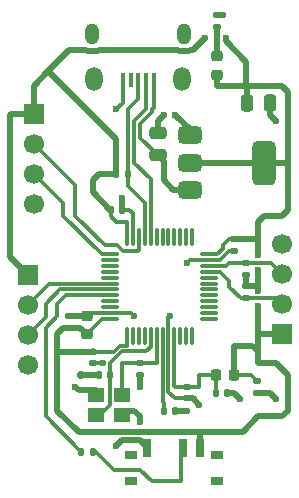
<source format=gbr>
%TF.GenerationSoftware,KiCad,Pcbnew,9.0.1*%
%TF.CreationDate,2025-04-19T10:59:12+01:00*%
%TF.ProjectId,firstkicadproject,66697273-746b-4696-9361-6470726f6a65,rev?*%
%TF.SameCoordinates,Original*%
%TF.FileFunction,Copper,L1,Top*%
%TF.FilePolarity,Positive*%
%FSLAX46Y46*%
G04 Gerber Fmt 4.6, Leading zero omitted, Abs format (unit mm)*
G04 Created by KiCad (PCBNEW 9.0.1) date 2025-04-19 10:59:12*
%MOMM*%
%LPD*%
G01*
G04 APERTURE LIST*
G04 Aperture macros list*
%AMRoundRect*
0 Rectangle with rounded corners*
0 $1 Rounding radius*
0 $2 $3 $4 $5 $6 $7 $8 $9 X,Y pos of 4 corners*
0 Add a 4 corners polygon primitive as box body*
4,1,4,$2,$3,$4,$5,$6,$7,$8,$9,$2,$3,0*
0 Add four circle primitives for the rounded corners*
1,1,$1+$1,$2,$3*
1,1,$1+$1,$4,$5*
1,1,$1+$1,$6,$7*
1,1,$1+$1,$8,$9*
0 Add four rect primitives between the rounded corners*
20,1,$1+$1,$2,$3,$4,$5,0*
20,1,$1+$1,$4,$5,$6,$7,0*
20,1,$1+$1,$6,$7,$8,$9,0*
20,1,$1+$1,$8,$9,$2,$3,0*%
G04 Aperture macros list end*
%TA.AperFunction,SMDPad,CuDef*%
%ADD10RoundRect,0.218750X-0.256250X0.218750X-0.256250X-0.218750X0.256250X-0.218750X0.256250X0.218750X0*%
%TD*%
%TA.AperFunction,SMDPad,CuDef*%
%ADD11RoundRect,0.140000X-0.140000X-0.170000X0.140000X-0.170000X0.140000X0.170000X-0.140000X0.170000X0*%
%TD*%
%TA.AperFunction,ComponentPad*%
%ADD12R,1.700000X1.700000*%
%TD*%
%TA.AperFunction,ComponentPad*%
%ADD13C,1.700000*%
%TD*%
%TA.AperFunction,SMDPad,CuDef*%
%ADD14RoundRect,0.135000X0.185000X-0.135000X0.185000X0.135000X-0.185000X0.135000X-0.185000X-0.135000X0*%
%TD*%
%TA.AperFunction,SMDPad,CuDef*%
%ADD15RoundRect,0.140000X0.170000X-0.140000X0.170000X0.140000X-0.170000X0.140000X-0.170000X-0.140000X0*%
%TD*%
%TA.AperFunction,SMDPad,CuDef*%
%ADD16RoundRect,0.218750X-0.218750X-0.256250X0.218750X-0.256250X0.218750X0.256250X-0.218750X0.256250X0*%
%TD*%
%TA.AperFunction,SMDPad,CuDef*%
%ADD17RoundRect,0.135000X0.135000X0.185000X-0.135000X0.185000X-0.135000X-0.185000X0.135000X-0.185000X0*%
%TD*%
%TA.AperFunction,SMDPad,CuDef*%
%ADD18RoundRect,0.140000X-0.170000X0.140000X-0.170000X-0.140000X0.170000X-0.140000X0.170000X0.140000X0*%
%TD*%
%TA.AperFunction,SMDPad,CuDef*%
%ADD19RoundRect,0.225000X0.250000X-0.225000X0.250000X0.225000X-0.250000X0.225000X-0.250000X-0.225000X0*%
%TD*%
%TA.AperFunction,SMDPad,CuDef*%
%ADD20RoundRect,0.250000X0.475000X-0.250000X0.475000X0.250000X-0.475000X0.250000X-0.475000X-0.250000X0*%
%TD*%
%TA.AperFunction,SMDPad,CuDef*%
%ADD21RoundRect,0.375000X-0.625000X-0.375000X0.625000X-0.375000X0.625000X0.375000X-0.625000X0.375000X0*%
%TD*%
%TA.AperFunction,SMDPad,CuDef*%
%ADD22RoundRect,0.500000X-0.500000X-1.400000X0.500000X-1.400000X0.500000X1.400000X-0.500000X1.400000X0*%
%TD*%
%TA.AperFunction,SMDPad,CuDef*%
%ADD23RoundRect,0.075000X0.075000X-0.662500X0.075000X0.662500X-0.075000X0.662500X-0.075000X-0.662500X0*%
%TD*%
%TA.AperFunction,SMDPad,CuDef*%
%ADD24RoundRect,0.075000X0.662500X-0.075000X0.662500X0.075000X-0.662500X0.075000X-0.662500X-0.075000X0*%
%TD*%
%TA.AperFunction,SMDPad,CuDef*%
%ADD25RoundRect,0.250000X-0.250000X-0.475000X0.250000X-0.475000X0.250000X0.475000X-0.250000X0.475000X0*%
%TD*%
%TA.AperFunction,SMDPad,CuDef*%
%ADD26R,1.400000X1.200000*%
%TD*%
%TA.AperFunction,SMDPad,CuDef*%
%ADD27R,0.450000X1.300000*%
%TD*%
%TA.AperFunction,HeatsinkPad*%
%ADD28O,1.150000X1.800000*%
%TD*%
%TA.AperFunction,HeatsinkPad*%
%ADD29O,1.450000X2.000000*%
%TD*%
%TA.AperFunction,SMDPad,CuDef*%
%ADD30R,1.000000X0.800000*%
%TD*%
%TA.AperFunction,SMDPad,CuDef*%
%ADD31R,0.700000X1.500000*%
%TD*%
%TA.AperFunction,SMDPad,CuDef*%
%ADD32RoundRect,0.135000X-0.185000X0.135000X-0.185000X-0.135000X0.185000X-0.135000X0.185000X0.135000X0*%
%TD*%
%TA.AperFunction,SMDPad,CuDef*%
%ADD33RoundRect,0.140000X0.140000X0.170000X-0.140000X0.170000X-0.140000X-0.170000X0.140000X-0.170000X0*%
%TD*%
%TA.AperFunction,ViaPad*%
%ADD34C,0.600000*%
%TD*%
%TA.AperFunction,ViaPad*%
%ADD35C,0.700000*%
%TD*%
%TA.AperFunction,Conductor*%
%ADD36C,0.500000*%
%TD*%
%TA.AperFunction,Conductor*%
%ADD37C,0.300000*%
%TD*%
G04 APERTURE END LIST*
D10*
%TO.P,D1,1,K*%
%TO.N,Net-(D1-K)*%
X84500000Y-43000000D03*
%TO.P,D1,2,A*%
%TO.N,+3.3V*%
X84500000Y-44575000D03*
%TD*%
D11*
%TO.P,C2,1*%
%TO.N,+3.3V*%
X75540000Y-56000000D03*
%TO.P,C2,2*%
%TO.N,GND*%
X76500000Y-56000000D03*
%TD*%
D12*
%TO.P,J3,1,Pin_1*%
%TO.N,+3.3V*%
X68500000Y-61500000D03*
D13*
%TO.P,J3,2,Pin_2*%
%TO.N,/USART1_TX*%
X68500000Y-64040000D03*
%TO.P,J3,3,Pin_3*%
%TO.N,/USART1_RX*%
X68500000Y-66580000D03*
%TO.P,J3,4,Pin_4*%
%TO.N,GND*%
X68500000Y-69120000D03*
%TD*%
D12*
%TO.P,J2,1,Pin_1*%
%TO.N,+3.3V*%
X69000000Y-47880000D03*
D13*
%TO.P,J2,2,Pin_2*%
%TO.N,/SWDIO*%
X69000000Y-50420000D03*
%TO.P,J2,3,Pin_3*%
%TO.N,/SWCLK*%
X69000000Y-52960000D03*
%TO.P,J2,4,Pin_4*%
%TO.N,GND*%
X69000000Y-55500000D03*
%TD*%
D14*
%TO.P,R3,1*%
%TO.N,Net-(D1-K)*%
X84500000Y-40500000D03*
%TO.P,R3,2*%
%TO.N,GND*%
X84500000Y-39480000D03*
%TD*%
D15*
%TO.P,C1,1*%
%TO.N,+3.3V*%
X72000000Y-65980000D03*
%TO.P,C1,2*%
%TO.N,GND*%
X72000000Y-65020000D03*
%TD*%
D16*
%TO.P,FB1,1*%
%TO.N,+3.3VA*%
X84425000Y-70000000D03*
%TO.P,FB1,2*%
%TO.N,+3.3V*%
X86000000Y-70000000D03*
%TD*%
D11*
%TO.P,C9,1*%
%TO.N,/NRST*%
X80020000Y-73000000D03*
%TO.P,C9,2*%
%TO.N,GND*%
X80980000Y-73000000D03*
%TD*%
%TO.P,C7,1*%
%TO.N,+3.3VA*%
X84425000Y-71500000D03*
%TO.P,C7,2*%
%TO.N,GND*%
X85385000Y-71500000D03*
%TD*%
D17*
%TO.P,R2,1*%
%TO.N,/USB_D+*%
X77000000Y-53000000D03*
%TO.P,R2,2*%
%TO.N,+3.3V*%
X75980000Y-53000000D03*
%TD*%
D14*
%TO.P,R4,1*%
%TO.N,/I2C2_SCL*%
X87000000Y-63510000D03*
%TO.P,R4,2*%
%TO.N,+3.3V*%
X87000000Y-62490000D03*
%TD*%
D18*
%TO.P,C10,1*%
%TO.N,/HSE_OUT*%
X78000000Y-69000000D03*
%TO.P,C10,2*%
%TO.N,GND*%
X78000000Y-69960000D03*
%TD*%
D17*
%TO.P,R1,1*%
%TO.N,Net-(SW1-B)*%
X74000000Y-76500000D03*
%TO.P,R1,2*%
%TO.N,Net-(U1-BOOT0)*%
X72980000Y-76500000D03*
%TD*%
D19*
%TO.P,C5,1*%
%TO.N,+3.3V*%
X73500000Y-66550000D03*
%TO.P,C5,2*%
%TO.N,GND*%
X73500000Y-65000000D03*
%TD*%
D20*
%TO.P,C12,1*%
%TO.N,VBUS*%
X79500000Y-51400000D03*
%TO.P,C12,2*%
%TO.N,GND*%
X79500000Y-49500000D03*
%TD*%
D21*
%TO.P,U2,1,GND*%
%TO.N,GND*%
X82200000Y-49700000D03*
%TO.P,U2,2,VO*%
%TO.N,+3.3V*%
X82200000Y-52000000D03*
D22*
X88500000Y-52000000D03*
D21*
%TO.P,U2,3,VI*%
%TO.N,VBUS*%
X82200000Y-54300000D03*
%TD*%
D18*
%TO.P,C8,1*%
%TO.N,+3.3V*%
X87925000Y-70520000D03*
%TO.P,C8,2*%
%TO.N,GND*%
X87925000Y-71480000D03*
%TD*%
D23*
%TO.P,U1,1,VBAT*%
%TO.N,+3.3V*%
X76912500Y-66662500D03*
%TO.P,U1,2,PC13*%
%TO.N,unconnected-(U1-PC13-Pad2)*%
X77412500Y-66662500D03*
%TO.P,U1,3,PC14*%
%TO.N,unconnected-(U1-PC14-Pad3)*%
X77912500Y-66662500D03*
%TO.P,U1,4,PC15*%
%TO.N,unconnected-(U1-PC15-Pad4)*%
X78412500Y-66662500D03*
%TO.P,U1,5,PD0*%
%TO.N,/HSE_IN*%
X78912500Y-66662500D03*
%TO.P,U1,6,PD1*%
%TO.N,/HSE_OUT*%
X79412500Y-66662500D03*
%TO.P,U1,7,NRST*%
%TO.N,/NRST*%
X79912500Y-66662500D03*
%TO.P,U1,8,VSSA*%
%TO.N,GND*%
X80412500Y-66662500D03*
%TO.P,U1,9,VDDA*%
%TO.N,+3.3VA*%
X80912500Y-66662500D03*
%TO.P,U1,10,PA0*%
%TO.N,unconnected-(U1-PA0-Pad10)*%
X81412500Y-66662500D03*
%TO.P,U1,11,PA1*%
%TO.N,unconnected-(U1-PA1-Pad11)*%
X81912500Y-66662500D03*
%TO.P,U1,12,PA2*%
%TO.N,unconnected-(U1-PA2-Pad12)*%
X82412500Y-66662500D03*
D24*
%TO.P,U1,13,PA3*%
%TO.N,unconnected-(U1-PA3-Pad13)*%
X83825000Y-65250000D03*
%TO.P,U1,14,PA4*%
%TO.N,unconnected-(U1-PA4-Pad14)*%
X83825000Y-64750000D03*
%TO.P,U1,15,PA5*%
%TO.N,unconnected-(U1-PA5-Pad15)*%
X83825000Y-64250000D03*
%TO.P,U1,16,PA6*%
%TO.N,unconnected-(U1-PA6-Pad16)*%
X83825000Y-63750000D03*
%TO.P,U1,17,PA7*%
%TO.N,unconnected-(U1-PA7-Pad17)*%
X83825000Y-63250000D03*
%TO.P,U1,18,PB0*%
%TO.N,unconnected-(U1-PB0-Pad18)*%
X83825000Y-62750000D03*
%TO.P,U1,19,PB1*%
%TO.N,unconnected-(U1-PB1-Pad19)*%
X83825000Y-62250000D03*
%TO.P,U1,20,PB2*%
%TO.N,unconnected-(U1-PB2-Pad20)*%
X83825000Y-61750000D03*
%TO.P,U1,21,PB10*%
%TO.N,/I2C2_SCL*%
X83825000Y-61250000D03*
%TO.P,U1,22,PB11*%
%TO.N,/I2C2_SDA*%
X83825000Y-60750000D03*
%TO.P,U1,23,VSS*%
%TO.N,GND*%
X83825000Y-60250000D03*
%TO.P,U1,24,VDD*%
%TO.N,+3.3V*%
X83825000Y-59750000D03*
D23*
%TO.P,U1,25,PB12*%
%TO.N,unconnected-(U1-PB12-Pad25)*%
X82412500Y-58337500D03*
%TO.P,U1,26,PB13*%
%TO.N,unconnected-(U1-PB13-Pad26)*%
X81912500Y-58337500D03*
%TO.P,U1,27,PB14*%
%TO.N,unconnected-(U1-PB14-Pad27)*%
X81412500Y-58337500D03*
%TO.P,U1,28,PB15*%
%TO.N,unconnected-(U1-PB15-Pad28)*%
X80912500Y-58337500D03*
%TO.P,U1,29,PA8*%
%TO.N,unconnected-(U1-PA8-Pad29)*%
X80412500Y-58337500D03*
%TO.P,U1,30,PA9*%
%TO.N,unconnected-(U1-PA9-Pad30)*%
X79912500Y-58337500D03*
%TO.P,U1,31,PA10*%
%TO.N,unconnected-(U1-PA10-Pad31)*%
X79412500Y-58337500D03*
%TO.P,U1,32,PA11*%
%TO.N,/USB_D-*%
X78912500Y-58337500D03*
%TO.P,U1,33,PA12*%
%TO.N,/USB_D+*%
X78412500Y-58337500D03*
%TO.P,U1,34,PA13*%
%TO.N,/SWDIO*%
X77912500Y-58337500D03*
%TO.P,U1,35,VSS*%
%TO.N,GND*%
X77412500Y-58337500D03*
%TO.P,U1,36,VDD*%
%TO.N,+3.3V*%
X76912500Y-58337500D03*
D24*
%TO.P,U1,37,PA14*%
%TO.N,/SWCLK*%
X75500000Y-59750000D03*
%TO.P,U1,38,PA15*%
%TO.N,unconnected-(U1-PA15-Pad38)*%
X75500000Y-60250000D03*
%TO.P,U1,39,PB3*%
%TO.N,unconnected-(U1-PB3-Pad39)*%
X75500000Y-60750000D03*
%TO.P,U1,40,PB4*%
%TO.N,unconnected-(U1-PB4-Pad40)*%
X75500000Y-61250000D03*
%TO.P,U1,41,PB5*%
%TO.N,unconnected-(U1-PB5-Pad41)*%
X75500000Y-61750000D03*
%TO.P,U1,42,PB6*%
%TO.N,/USART1_TX*%
X75500000Y-62250000D03*
%TO.P,U1,43,PB7*%
%TO.N,/USART1_RX*%
X75500000Y-62750000D03*
%TO.P,U1,44,BOOT0*%
%TO.N,Net-(U1-BOOT0)*%
X75500000Y-63250000D03*
%TO.P,U1,45,PB8*%
%TO.N,unconnected-(U1-PB8-Pad45)*%
X75500000Y-63750000D03*
%TO.P,U1,46,PB9*%
%TO.N,unconnected-(U1-PB9-Pad46)*%
X75500000Y-64250000D03*
%TO.P,U1,47,VSS*%
%TO.N,GND*%
X75500000Y-64750000D03*
%TO.P,U1,48,VDD*%
%TO.N,+3.3V*%
X75500000Y-65250000D03*
%TD*%
D18*
%TO.P,C6,1*%
%TO.N,+3.3VA*%
X82000000Y-71000000D03*
%TO.P,C6,2*%
%TO.N,GND*%
X82000000Y-71960000D03*
%TD*%
D25*
%TO.P,C13,1*%
%TO.N,+3.3V*%
X87100000Y-47000000D03*
%TO.P,C13,2*%
%TO.N,GND*%
X89000000Y-47000000D03*
%TD*%
D18*
%TO.P,C3,1*%
%TO.N,+3.3V*%
X86000000Y-58500000D03*
%TO.P,C3,2*%
%TO.N,GND*%
X86000000Y-59460000D03*
%TD*%
D26*
%TO.P,Y1,1,1*%
%TO.N,/HSE_IN*%
X74300000Y-73350000D03*
%TO.P,Y1,2,2*%
%TO.N,GND*%
X76500000Y-73350000D03*
%TO.P,Y1,3,3*%
%TO.N,/HSE_OUT*%
X76500000Y-71650000D03*
%TO.P,Y1,4,4*%
%TO.N,GND*%
X74300000Y-71650000D03*
%TD*%
D27*
%TO.P,J1,1,VBUS*%
%TO.N,VBUS*%
X79150000Y-45000000D03*
%TO.P,J1,2,D-*%
%TO.N,/USB_D-*%
X78500000Y-45000000D03*
%TO.P,J1,3,D+*%
%TO.N,/USB_D+*%
X77850000Y-45000000D03*
%TO.P,J1,4,ID*%
%TO.N,unconnected-(J1-ID-Pad4)*%
X77200000Y-45000000D03*
%TO.P,J1,5,GND*%
%TO.N,GND*%
X76550000Y-45000000D03*
D28*
%TO.P,J1,6,Shield*%
%TO.N,unconnected-(J1-Shield-Pad6)_1*%
X81725000Y-41150000D03*
D29*
%TO.N,unconnected-(J1-Shield-Pad6)_2*%
X81575000Y-44950000D03*
%TO.N,unconnected-(J1-Shield-Pad6)*%
X74125000Y-44950000D03*
D28*
%TO.N,unconnected-(J1-Shield-Pad6)_3*%
X73975000Y-41150000D03*
%TD*%
D30*
%TO.P,SW1,*%
%TO.N,*%
X77200000Y-76790000D03*
X77200000Y-79000000D03*
X84500000Y-76790000D03*
X84500000Y-79000000D03*
D31*
%TO.P,SW1,1,A*%
%TO.N,GND*%
X78600000Y-76140000D03*
%TO.P,SW1,2,B*%
%TO.N,Net-(SW1-B)*%
X81600000Y-76140000D03*
%TO.P,SW1,3,C*%
%TO.N,+3.3V*%
X83100000Y-76140000D03*
%TD*%
D12*
%TO.P,J4,1,Pin_1*%
%TO.N,+3.3V*%
X90000000Y-66500000D03*
D13*
%TO.P,J4,2,Pin_2*%
%TO.N,/I2C2_SCL*%
X90000000Y-63960000D03*
%TO.P,J4,3,Pin_3*%
%TO.N,/I2C2_SDA*%
X90000000Y-61420000D03*
%TO.P,J4,4,Pin_4*%
%TO.N,GND*%
X90000000Y-58880000D03*
%TD*%
D18*
%TO.P,C4,1*%
%TO.N,+3.3V*%
X74000000Y-68020000D03*
%TO.P,C4,2*%
%TO.N,GND*%
X74000000Y-68980000D03*
%TD*%
D32*
%TO.P,R5,1*%
%TO.N,/I2C2_SDA*%
X87000000Y-60490000D03*
%TO.P,R5,2*%
%TO.N,+3.3V*%
X87000000Y-61510000D03*
%TD*%
D33*
%TO.P,C11,1*%
%TO.N,/HSE_IN*%
X75500000Y-70000000D03*
%TO.P,C11,2*%
%TO.N,GND*%
X74540000Y-70000000D03*
%TD*%
D34*
%TO.N,GND*%
X77500000Y-65000000D03*
D35*
X73000000Y-70000000D03*
D34*
X78000000Y-71000000D03*
X86500000Y-72000000D03*
X89500000Y-48500000D03*
X80000000Y-48000000D03*
X76000000Y-76000000D03*
X76500000Y-55000000D03*
X74850000Y-69000000D03*
X76000000Y-47500000D03*
X80500000Y-65000000D03*
X78000000Y-74000000D03*
X83000000Y-72500000D03*
X82000000Y-60500000D03*
X82000000Y-73000000D03*
X89500000Y-72000000D03*
X85000000Y-39500000D03*
X72500000Y-71000000D03*
X81000000Y-48000000D03*
%TO.N,+3.3V*%
X88000000Y-59840000D03*
X88000000Y-64160000D03*
X88000000Y-62860000D03*
X88000000Y-61140000D03*
X85250000Y-41500000D03*
X83500000Y-41500000D03*
%TD*%
D36*
%TO.N,GND*%
X76500000Y-75500000D02*
X77960000Y-75500000D01*
X84500000Y-39480000D02*
X84980000Y-39480000D01*
D37*
X75500000Y-64750000D02*
X77250000Y-64750000D01*
D36*
X78000000Y-69960000D02*
X78000000Y-71000000D01*
X77500000Y-73000000D02*
X76500000Y-73000000D01*
X74540000Y-70000000D02*
X73000000Y-70000000D01*
X88980000Y-71480000D02*
X89500000Y-72000000D01*
X76000000Y-76000000D02*
X76500000Y-75500000D01*
X82000000Y-73000000D02*
X80980000Y-73000000D01*
X73480000Y-65020000D02*
X73500000Y-65000000D01*
D37*
X80412500Y-66662500D02*
X80412500Y-71412500D01*
X82250000Y-60250000D02*
X82000000Y-60500000D01*
D36*
X76500000Y-56000000D02*
X76500000Y-55000000D01*
D37*
X76550000Y-46950000D02*
X76000000Y-47500000D01*
D36*
X76000000Y-76000000D02*
X75979484Y-76020516D01*
X78000000Y-74000000D02*
X78000000Y-73500000D01*
X72800000Y-71300000D02*
X72500000Y-71000000D01*
X82000000Y-71960000D02*
X82460000Y-71960000D01*
D37*
X83825000Y-60250000D02*
X84750000Y-60250000D01*
D36*
X74300000Y-71300000D02*
X72800000Y-71300000D01*
X87925000Y-71480000D02*
X88980000Y-71480000D01*
D37*
X77250000Y-64750000D02*
X77500000Y-65000000D01*
D36*
X79500000Y-48500000D02*
X80000000Y-48000000D01*
D37*
X87905000Y-71500000D02*
X87925000Y-71480000D01*
D36*
X84980000Y-39480000D02*
X85000000Y-39500000D01*
X89000000Y-48000000D02*
X89500000Y-48500000D01*
X72000000Y-65020000D02*
X73480000Y-65020000D01*
X82200000Y-49700000D02*
X82200000Y-49200000D01*
D37*
X85540000Y-59460000D02*
X86000000Y-59460000D01*
X80412500Y-65087500D02*
X80500000Y-65000000D01*
D36*
X89000000Y-47000000D02*
X89000000Y-48000000D01*
D37*
X76550000Y-45000000D02*
X76550000Y-46950000D01*
X74830000Y-68980000D02*
X74850000Y-69000000D01*
X77412500Y-58337500D02*
X77412500Y-56308243D01*
X77412500Y-56308243D02*
X77104257Y-56000000D01*
D36*
X77960000Y-75500000D02*
X78600000Y-76140000D01*
D37*
X84750000Y-60250000D02*
X85540000Y-59460000D01*
X77104257Y-56000000D02*
X76500000Y-56000000D01*
X83825000Y-60250000D02*
X82250000Y-60250000D01*
D36*
X82460000Y-71960000D02*
X83000000Y-72500000D01*
X86000000Y-71500000D02*
X86500000Y-72000000D01*
X85385000Y-71500000D02*
X86000000Y-71500000D01*
D37*
X74000000Y-68980000D02*
X74830000Y-68980000D01*
D36*
X84500000Y-39480000D02*
X84500000Y-39500000D01*
D37*
X80412500Y-71412500D02*
X80960000Y-71960000D01*
X80960000Y-71960000D02*
X82000000Y-71960000D01*
X80412500Y-66662500D02*
X80412500Y-65087500D01*
D36*
X79500000Y-49500000D02*
X79500000Y-48500000D01*
X78000000Y-73500000D02*
X77500000Y-73000000D01*
D37*
X75500000Y-64750000D02*
X73250000Y-64750000D01*
D36*
X82200000Y-49200000D02*
X81000000Y-48000000D01*
D37*
%TO.N,+3.3V*%
X76911500Y-57000000D02*
X76912500Y-57001000D01*
D36*
X87990000Y-62490000D02*
X87000000Y-62490000D01*
D37*
X75540000Y-56540000D02*
X75540000Y-56000000D01*
D36*
X86701000Y-74799000D02*
X83000000Y-74799000D01*
X67120000Y-47880000D02*
X67000000Y-48000000D01*
X86000000Y-70000000D02*
X86000000Y-67500000D01*
D37*
X75540000Y-56540000D02*
X76000000Y-57000000D01*
X86000000Y-58500000D02*
X85500000Y-58500000D01*
D36*
X88000000Y-73500000D02*
X86701000Y-74799000D01*
X74000000Y-54500000D02*
X75500000Y-56000000D01*
X82178150Y-42569000D02*
X82247150Y-42500000D01*
X67000000Y-48000000D02*
X67000000Y-60000000D01*
X82247150Y-42500000D02*
X82500000Y-42500000D01*
X75500000Y-56000000D02*
X75540000Y-56000000D01*
X73452850Y-42500000D02*
X73521850Y-42569000D01*
X69000000Y-45500000D02*
X70250000Y-44250000D01*
X69000000Y-47880000D02*
X69000000Y-45500000D01*
X90500000Y-56000000D02*
X90500000Y-52000000D01*
X74428150Y-42569000D02*
X74497150Y-42500000D01*
X71000000Y-73000000D02*
X72799000Y-74799000D01*
X74500000Y-53000000D02*
X74000000Y-53500000D01*
X74500000Y-53000000D02*
X75980000Y-53000000D01*
X69000000Y-47880000D02*
X67120000Y-47880000D01*
X72799000Y-74799000D02*
X83000000Y-74799000D01*
X71020000Y-68020000D02*
X71000000Y-68000000D01*
X72930000Y-65980000D02*
X73500000Y-66550000D01*
X87500000Y-67500000D02*
X88000000Y-68000000D01*
D37*
X76912500Y-67499000D02*
X76292479Y-67499000D01*
X76912500Y-66662500D02*
X76912500Y-67499000D01*
X76000000Y-57000000D02*
X76911500Y-57000000D01*
D36*
X87100000Y-47000000D02*
X87100000Y-45600000D01*
D37*
X84541480Y-59750000D02*
X83825000Y-59750000D01*
D36*
X88000000Y-62500000D02*
X88000000Y-61140000D01*
D37*
X86000000Y-70000000D02*
X87405000Y-70000000D01*
D36*
X73521850Y-42569000D02*
X74428150Y-42569000D01*
D37*
X75771480Y-68020000D02*
X74000000Y-68020000D01*
D36*
X83100000Y-74899000D02*
X83000000Y-74799000D01*
X82500000Y-42500000D02*
X83500000Y-41500000D01*
X88000000Y-62860000D02*
X88000000Y-62500000D01*
X88000000Y-66500000D02*
X88000000Y-64160000D01*
X89500000Y-69000000D02*
X90500000Y-70000000D01*
X90000000Y-56500000D02*
X90500000Y-56000000D01*
X72000000Y-65980000D02*
X72930000Y-65980000D01*
X82200000Y-52000000D02*
X88500000Y-52000000D01*
X90500000Y-73000000D02*
X90000000Y-73500000D01*
D37*
X85500000Y-58500000D02*
X85000000Y-59000000D01*
D36*
X70250000Y-44250000D02*
X72000000Y-42500000D01*
X83100000Y-76140000D02*
X83100000Y-74899000D01*
X90000000Y-45500000D02*
X87000000Y-45500000D01*
X87000000Y-45500000D02*
X84500000Y-45500000D01*
X74497150Y-42500000D02*
X81202850Y-42500000D01*
X90500000Y-70000000D02*
X90500000Y-73000000D01*
X75980000Y-53000000D02*
X75980000Y-49980000D01*
X88000000Y-69000000D02*
X89500000Y-69000000D01*
D37*
X75500000Y-65250000D02*
X74800000Y-65250000D01*
X85000000Y-59291480D02*
X84541480Y-59750000D01*
D36*
X73980000Y-68000000D02*
X74000000Y-68020000D01*
X88000000Y-68000000D02*
X88000000Y-66500000D01*
X67000000Y-60000000D02*
X68500000Y-61500000D01*
X88000000Y-59840000D02*
X88000000Y-58500000D01*
X87000000Y-43500000D02*
X87000000Y-45500000D01*
X88000000Y-57000000D02*
X88500000Y-56500000D01*
X81271850Y-42569000D02*
X82178150Y-42569000D01*
X84500000Y-45500000D02*
X84500000Y-44575000D01*
X71000000Y-66500000D02*
X71000000Y-68000000D01*
X75980000Y-49980000D02*
X71000000Y-45000000D01*
D37*
X74800000Y-65250000D02*
X73500000Y-66550000D01*
X75500000Y-56040000D02*
X75540000Y-56000000D01*
X85000000Y-59000000D02*
X85000000Y-59291480D01*
D36*
X81202850Y-42500000D02*
X81271850Y-42569000D01*
D37*
X76912500Y-57001000D02*
X76912500Y-58337500D01*
D36*
X90500000Y-52000000D02*
X90500000Y-46000000D01*
X86000000Y-67500000D02*
X87500000Y-67500000D01*
X71000000Y-45000000D02*
X70250000Y-44250000D01*
X90000000Y-73500000D02*
X88000000Y-73500000D01*
X74000000Y-53500000D02*
X74000000Y-54500000D01*
X71000000Y-68000000D02*
X71000000Y-73000000D01*
X72000000Y-42500000D02*
X73452850Y-42500000D01*
X72000000Y-65980000D02*
X71520000Y-65980000D01*
X71520000Y-65980000D02*
X71000000Y-66500000D01*
X88500000Y-52000000D02*
X90500000Y-52000000D01*
X87100000Y-45600000D02*
X87000000Y-45500000D01*
X88000000Y-68000000D02*
X88000000Y-69000000D01*
D37*
X87405000Y-70000000D02*
X87925000Y-70520000D01*
X76292479Y-67499000D02*
X75771480Y-68020000D01*
D36*
X85250000Y-41750000D02*
X87000000Y-43500000D01*
X87000000Y-61510000D02*
X87000000Y-62490000D01*
X88000000Y-62500000D02*
X87990000Y-62490000D01*
X88500000Y-56500000D02*
X90000000Y-56500000D01*
X74000000Y-68020000D02*
X71020000Y-68020000D01*
X85250000Y-41500000D02*
X85250000Y-41750000D01*
X88000000Y-58500000D02*
X88000000Y-57000000D01*
X90500000Y-46000000D02*
X90000000Y-45500000D01*
X88000000Y-66500000D02*
X90000000Y-66500000D01*
X86000000Y-58500000D02*
X88000000Y-58500000D01*
D37*
%TO.N,+3.3VA*%
X82000000Y-71000000D02*
X83000000Y-71000000D01*
X80912500Y-70912500D02*
X80912500Y-66662500D01*
X84425000Y-70000000D02*
X83000000Y-70000000D01*
X84425000Y-71500000D02*
X84425000Y-70000000D01*
X83000000Y-70000000D02*
X83000000Y-71000000D01*
X81000000Y-71000000D02*
X80912500Y-70912500D01*
X81000000Y-71000000D02*
X82000000Y-71000000D01*
%TO.N,/NRST*%
X79912500Y-72237000D02*
X80020000Y-72344500D01*
X79912500Y-72237000D02*
X79912500Y-66662500D01*
X80020000Y-72344500D02*
X80020000Y-73000000D01*
%TO.N,/HSE_OUT*%
X78000000Y-69000000D02*
X79412500Y-69000000D01*
X76500000Y-69000000D02*
X78000000Y-69000000D01*
X79412500Y-69000000D02*
X79412500Y-66662500D01*
X76500000Y-71300000D02*
X76500000Y-69000000D01*
%TO.N,/HSE_IN*%
X75500000Y-69000000D02*
X76500000Y-68000000D01*
X74650000Y-73350000D02*
X75449000Y-72551000D01*
X78912500Y-67587500D02*
X78912500Y-66662500D01*
X74300000Y-73350000D02*
X74650000Y-73350000D01*
X74300000Y-73000000D02*
X74500000Y-73000000D01*
X76500000Y-68000000D02*
X78500000Y-68000000D01*
X75500000Y-70000000D02*
X75500000Y-69000000D01*
X78500000Y-68000000D02*
X78912500Y-67587500D01*
X75449000Y-70051000D02*
X75500000Y-70000000D01*
X73949000Y-73000000D02*
X73800000Y-73000000D01*
X75449000Y-72551000D02*
X75449000Y-70051000D01*
%TO.N,VBUS*%
X82000000Y-54500000D02*
X82200000Y-54300000D01*
X78001000Y-49901000D02*
X79500000Y-51400000D01*
D36*
X80800000Y-54300000D02*
X82200000Y-54300000D01*
D37*
X79150000Y-45000000D02*
X79150000Y-47350000D01*
D36*
X80000000Y-53500000D02*
X80800000Y-54300000D01*
X80000000Y-51900000D02*
X80000000Y-53500000D01*
D37*
X79150000Y-47350000D02*
X79001000Y-47499000D01*
X79001000Y-47707521D02*
X78001000Y-48707520D01*
X79001000Y-47499000D02*
X79001000Y-47707521D01*
D36*
X79500000Y-51400000D02*
X80000000Y-51900000D01*
D37*
X78001000Y-48707520D02*
X78001000Y-49901000D01*
D36*
%TO.N,Net-(D1-K)*%
X84500000Y-43000000D02*
X84500000Y-40500000D01*
D37*
%TO.N,/USB_D-*%
X78500000Y-47500000D02*
X78500000Y-45000000D01*
X77500000Y-52000000D02*
X77500000Y-48500000D01*
X78912500Y-53412500D02*
X77500000Y-52000000D01*
X78912500Y-58337500D02*
X78912500Y-53412500D01*
X77500000Y-48500000D02*
X78500000Y-47500000D01*
%TO.N,/USB_D+*%
X77850000Y-46650000D02*
X77850000Y-45000000D01*
X78412500Y-55412500D02*
X77000000Y-54000000D01*
X77000000Y-47500000D02*
X77850000Y-46650000D01*
X77000000Y-53000000D02*
X77000000Y-47500000D01*
X78412500Y-58337500D02*
X78412500Y-55412500D01*
X77000000Y-54000000D02*
X77000000Y-53000000D01*
%TO.N,/SWCLK*%
X71500000Y-55460000D02*
X69000000Y-52960000D01*
X71500000Y-56500000D02*
X71500000Y-55460000D01*
X74750000Y-59750000D02*
X71500000Y-56500000D01*
X75500000Y-59750000D02*
X74750000Y-59750000D01*
%TO.N,/SWDIO*%
X76092034Y-59000000D02*
X75000000Y-59000000D01*
X77912500Y-59412500D02*
X77825000Y-59500000D01*
X72500000Y-56500000D02*
X72500000Y-53920000D01*
X77825000Y-59500000D02*
X76592034Y-59500000D01*
X75000000Y-59000000D02*
X72500000Y-56500000D01*
X72500000Y-53920000D02*
X69000000Y-50420000D01*
X77912500Y-58337500D02*
X77912500Y-59412500D01*
X76592034Y-59500000D02*
X76092034Y-59000000D01*
%TO.N,/USART1_RX*%
X70000000Y-64000000D02*
X70000000Y-65080000D01*
X75500000Y-62750000D02*
X71250000Y-62750000D01*
X70000000Y-65080000D02*
X68500000Y-66580000D01*
X71250000Y-62750000D02*
X70000000Y-64000000D01*
%TO.N,/USART1_TX*%
X75500000Y-62250000D02*
X70290000Y-62250000D01*
X70290000Y-62250000D02*
X68500000Y-64040000D01*
%TO.N,/I2C2_SCL*%
X83825000Y-61250000D02*
X84750000Y-61250000D01*
X87000000Y-63510000D02*
X89550000Y-63510000D01*
X86510000Y-63510000D02*
X87000000Y-63510000D01*
X84750000Y-61250000D02*
X85500000Y-62000000D01*
X85500000Y-62000000D02*
X85500000Y-62500000D01*
X89550000Y-63510000D02*
X90000000Y-63960000D01*
X85500000Y-62500000D02*
X86510000Y-63510000D01*
%TO.N,/I2C2_SDA*%
X85510000Y-60490000D02*
X85250000Y-60750000D01*
X87000000Y-60490000D02*
X85510000Y-60490000D01*
X83825000Y-60750000D02*
X85250000Y-60750000D01*
X87000000Y-60490000D02*
X89070000Y-60490000D01*
X89070000Y-60490000D02*
X90000000Y-61420000D01*
%TO.N,Net-(SW1-B)*%
X74308000Y-76500000D02*
X75808000Y-78000000D01*
X74000000Y-76500000D02*
X74308000Y-76500000D01*
X79000000Y-79000000D02*
X81500000Y-79000000D01*
X81500000Y-79000000D02*
X81500000Y-76240000D01*
X75808000Y-78000000D02*
X78000000Y-78000000D01*
X81500000Y-76240000D02*
X81600000Y-76140000D01*
X78000000Y-78000000D02*
X79000000Y-79000000D01*
%TO.N,Net-(U1-BOOT0)*%
X71000000Y-65000000D02*
X70000000Y-66000000D01*
X70000000Y-66000000D02*
X70000000Y-73500000D01*
X72980000Y-76480000D02*
X72980000Y-76500000D01*
X70000000Y-73500000D02*
X72980000Y-76480000D01*
X75500000Y-63250000D02*
X71750000Y-63250000D01*
X71000000Y-64000000D02*
X71000000Y-65000000D01*
X71750000Y-63250000D02*
X71000000Y-64000000D01*
%TD*%
M02*

</source>
